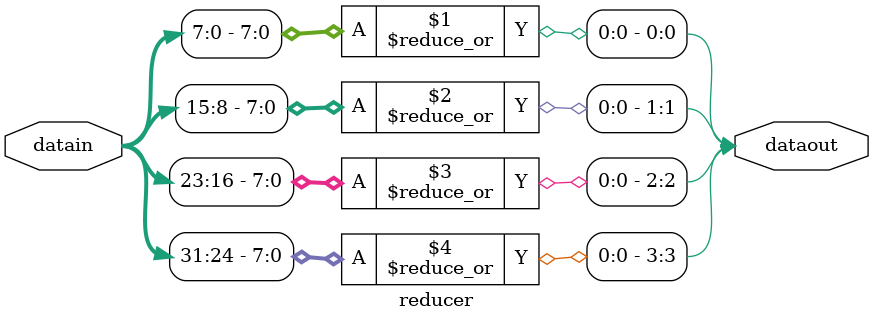
<source format=v>
`timescale 1ns / 1ps


module reducer(
    input [31:0] datain,
    output [3:0] dataout
    );
    assign dataout = {|datain[31:24], |datain[23:16], |datain[15:8], |datain[7:0]};
endmodule

</source>
